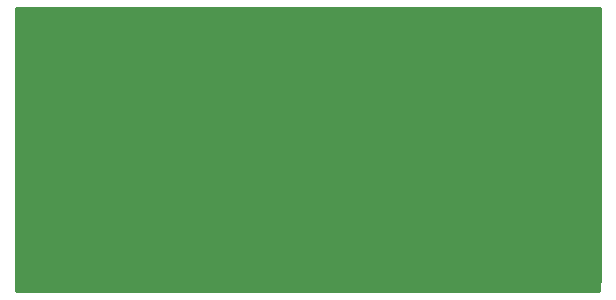
<source format=gbl>
G04 #@! TF.FileFunction,Copper,L2,Bot,Signal*
%FSLAX46Y46*%
G04 Gerber Fmt 4.6, Leading zero omitted, Abs format (unit mm)*
G04 Created by KiCad (PCBNEW 4.0.6) date 10/14/17 12:55:17*
%MOMM*%
%LPD*%
G01*
G04 APERTURE LIST*
%ADD10C,0.100000*%
%ADD11R,7.620000X10.160000*%
%ADD12C,0.685800*%
%ADD13C,0.152400*%
%ADD14C,0.254000*%
G04 APERTURE END LIST*
D10*
D11*
X173380400Y-88544400D03*
X131368800Y-88544400D03*
D12*
X141986000Y-84988400D03*
X149047200Y-84988400D03*
X156083000Y-92100400D03*
X149047200Y-92100400D03*
X142011400Y-92100400D03*
X163372800Y-84988400D03*
X156159200Y-84988400D03*
X163322000Y-92100400D03*
D13*
X149199600Y-88544400D02*
X142798800Y-88544400D01*
X142798800Y-88544400D02*
X142392400Y-88544400D01*
X142011400Y-92100400D02*
X142011400Y-90487500D01*
X142798800Y-89700100D02*
X142798800Y-88544400D01*
X142011400Y-90487500D02*
X142798800Y-89700100D01*
X142392400Y-88544400D02*
X131368800Y-88544400D01*
X141986000Y-84988400D02*
X141986000Y-86601300D01*
X141986000Y-86601300D02*
X142392400Y-87007700D01*
X142392400Y-87007700D02*
X142392400Y-88544400D01*
X149047200Y-88646000D02*
X149047200Y-84988400D01*
X150990300Y-88544400D02*
X149199600Y-88544400D01*
X149148800Y-88544400D02*
X149199600Y-88544400D01*
X149047200Y-88646000D02*
X149148800Y-88544400D01*
X149047200Y-92100400D02*
X149047200Y-88646000D01*
X156210000Y-88544400D02*
X156083000Y-88671400D01*
X156083000Y-88671400D02*
X156083000Y-92100400D01*
X173380400Y-88544400D02*
X156210000Y-88544400D01*
X156210000Y-88544400D02*
X150990300Y-88544400D01*
X156159200Y-84988400D02*
X156159200Y-86601300D01*
X156159200Y-86601300D02*
X156210000Y-86652100D01*
X156210000Y-86652100D02*
X156210000Y-88544400D01*
X173380400Y-88544400D02*
X165265100Y-88544400D01*
X165265100Y-88544400D02*
X163322000Y-90487500D01*
X163322000Y-90487500D02*
X163322000Y-92100400D01*
X173380400Y-88544400D02*
X165315900Y-88544400D01*
X165315900Y-88544400D02*
X163372800Y-86601300D01*
X163372800Y-86601300D02*
X163372800Y-84988400D01*
X141986000Y-84988400D02*
X149047200Y-84988400D01*
X163322000Y-92100400D02*
X173520100Y-92100400D01*
X173520100Y-92100400D02*
X175996600Y-89623900D01*
X175996600Y-89623900D02*
X175996600Y-88544400D01*
X156083000Y-92100400D02*
X157695900Y-92100400D01*
X157695900Y-92100400D02*
X163322000Y-92100400D01*
X149047200Y-92100400D02*
X150660100Y-92100400D01*
X150660100Y-92100400D02*
X156083000Y-92100400D01*
X142011400Y-92100400D02*
X143624300Y-92100400D01*
X143624300Y-92100400D02*
X149047200Y-92100400D01*
X149047200Y-84988400D02*
X147434300Y-84988400D01*
X156159200Y-84988400D02*
X149047200Y-84988400D01*
X163372800Y-84988400D02*
X161759900Y-84988400D01*
X161759900Y-84988400D02*
X156159200Y-84988400D01*
X175996600Y-88544400D02*
X175996600Y-85852000D01*
X175996600Y-85852000D02*
X175133000Y-84988400D01*
X175133000Y-84988400D02*
X164985700Y-84988400D01*
X164985700Y-84988400D02*
X163372800Y-84988400D01*
X163705333Y-91998800D02*
X163220400Y-91998800D01*
X141986000Y-91998800D02*
X138480800Y-88493600D01*
X138480800Y-88493600D02*
X128968501Y-88493600D01*
X176022000Y-88519000D02*
X176022000Y-89598500D01*
X176022000Y-87439500D02*
X176022000Y-88519000D01*
X142036800Y-85064600D02*
X141986000Y-85013800D01*
D14*
G36*
X177090000Y-99518440D02*
X177055711Y-100890000D01*
X127710000Y-100890000D01*
X127710000Y-76910000D01*
X177090000Y-76910000D01*
X177090000Y-99518440D01*
X177090000Y-99518440D01*
G37*
X177090000Y-99518440D02*
X177055711Y-100890000D01*
X127710000Y-100890000D01*
X127710000Y-76910000D01*
X177090000Y-76910000D01*
X177090000Y-99518440D01*
M02*

</source>
